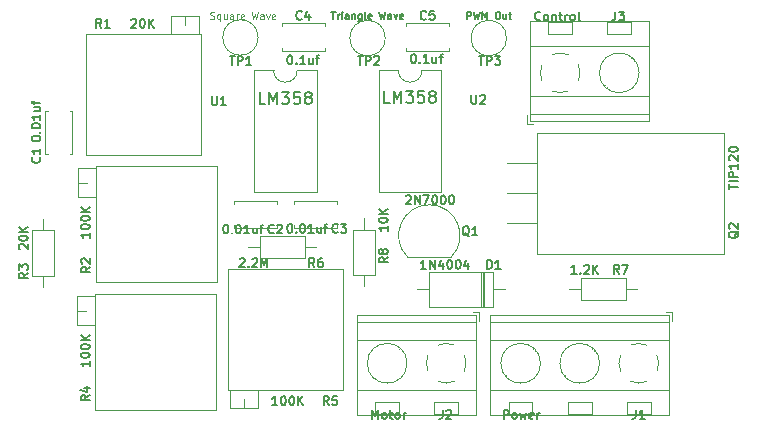
<source format=gbr>
%TF.GenerationSoftware,KiCad,Pcbnew,5.1.8-db9833491~88~ubuntu18.04.1*%
%TF.CreationDate,2020-12-20T18:34:58-05:00*%
%TF.ProjectId,PWMMotorController,50574d4d-6f74-46f7-9243-6f6e74726f6c,rev?*%
%TF.SameCoordinates,Original*%
%TF.FileFunction,Legend,Top*%
%TF.FilePolarity,Positive*%
%FSLAX46Y46*%
G04 Gerber Fmt 4.6, Leading zero omitted, Abs format (unit mm)*
G04 Created by KiCad (PCBNEW 5.1.8-db9833491~88~ubuntu18.04.1) date 2020-12-20 18:34:58*
%MOMM*%
%LPD*%
G01*
G04 APERTURE LIST*
%ADD10C,0.120000*%
%ADD11C,0.150000*%
%ADD12C,0.125000*%
G04 APERTURE END LIST*
D10*
%TO.C,C1*%
X115102200Y-98218400D02*
X114857200Y-98218400D01*
X117197200Y-98218400D02*
X116952200Y-98218400D01*
X115102200Y-94578400D02*
X114857200Y-94578400D01*
X117197200Y-94578400D02*
X116952200Y-94578400D01*
X114857200Y-94578400D02*
X114857200Y-98218400D01*
X117197200Y-94578400D02*
X117197200Y-98218400D01*
%TO.C,C2*%
X134478800Y-104548000D02*
X130838800Y-104548000D01*
X134478800Y-102208000D02*
X130838800Y-102208000D01*
X134478800Y-104548000D02*
X134478800Y-104303000D01*
X134478800Y-102453000D02*
X134478800Y-102208000D01*
X130838800Y-104548000D02*
X130838800Y-104303000D01*
X130838800Y-102453000D02*
X130838800Y-102208000D01*
%TO.C,C3*%
X139620400Y-104303000D02*
X139620400Y-104548000D01*
X139620400Y-102208000D02*
X139620400Y-102453000D01*
X135980400Y-104303000D02*
X135980400Y-104548000D01*
X135980400Y-102208000D02*
X135980400Y-102453000D01*
X135980400Y-104548000D02*
X139620400Y-104548000D01*
X135980400Y-102208000D02*
X139620400Y-102208000D01*
%TO.C,C4*%
X134902800Y-87416200D02*
X134902800Y-87171200D01*
X134902800Y-89511200D02*
X134902800Y-89266200D01*
X138542800Y-87416200D02*
X138542800Y-87171200D01*
X138542800Y-89511200D02*
X138542800Y-89266200D01*
X138542800Y-87171200D02*
X134902800Y-87171200D01*
X138542800Y-89511200D02*
X134902800Y-89511200D01*
%TO.C,C5*%
X149109200Y-89511200D02*
X145469200Y-89511200D01*
X149109200Y-87171200D02*
X145469200Y-87171200D01*
X149109200Y-89511200D02*
X149109200Y-89266200D01*
X149109200Y-87416200D02*
X149109200Y-87171200D01*
X145469200Y-89511200D02*
X145469200Y-89266200D01*
X145469200Y-87416200D02*
X145469200Y-87171200D01*
%TO.C,D1*%
X152054000Y-111198000D02*
X152054000Y-108258000D01*
X151814000Y-111198000D02*
X151814000Y-108258000D01*
X151934000Y-111198000D02*
X151934000Y-108258000D01*
X146374000Y-109728000D02*
X147394000Y-109728000D01*
X153854000Y-109728000D02*
X152834000Y-109728000D01*
X147394000Y-111198000D02*
X152834000Y-111198000D01*
X147394000Y-108258000D02*
X147394000Y-111198000D01*
X152834000Y-108258000D02*
X147394000Y-108258000D01*
X152834000Y-111198000D02*
X152834000Y-108258000D01*
%TO.C,Q1*%
X145621600Y-107006000D02*
X149221600Y-107006000D01*
X145583122Y-106994478D02*
G75*
G02*
X147421600Y-102556000I1838478J1838478D01*
G01*
X149260078Y-106994478D02*
G75*
G03*
X147421600Y-102556000I-1838478J1838478D01*
G01*
%TO.C,R1*%
X126735800Y-86563000D02*
X126735800Y-87322000D01*
X127949800Y-88082000D02*
X125520800Y-88082000D01*
X127949800Y-86563000D02*
X125520800Y-86563000D01*
X125520800Y-86563000D02*
X125520800Y-88082000D01*
X127949800Y-86563000D02*
X127949800Y-88082000D01*
X128125800Y-98353000D02*
X118355800Y-98353000D01*
X128125800Y-88083000D02*
X118355800Y-88083000D01*
X118355800Y-88083000D02*
X118355800Y-98353000D01*
X128125800Y-88083000D02*
X128125800Y-98353000D01*
%TO.C,R2*%
X119172600Y-99305800D02*
X129442600Y-99305800D01*
X119172600Y-109075800D02*
X129442600Y-109075800D01*
X119172600Y-99305800D02*
X119172600Y-109075800D01*
X129442600Y-99305800D02*
X129442600Y-109075800D01*
X117652600Y-99481800D02*
X119171600Y-99481800D01*
X117652600Y-101910800D02*
X119171600Y-101910800D01*
X117652600Y-99481800D02*
X117652600Y-101910800D01*
X119171600Y-99481800D02*
X119171600Y-101910800D01*
X117652600Y-100695800D02*
X118411600Y-100695800D01*
%TO.C,R3*%
X114706400Y-109499200D02*
X114706400Y-108549200D01*
X114706400Y-103759200D02*
X114706400Y-104709200D01*
X115626400Y-108549200D02*
X115626400Y-104709200D01*
X113786400Y-108549200D02*
X115626400Y-108549200D01*
X113786400Y-104709200D02*
X113786400Y-108549200D01*
X115626400Y-104709200D02*
X113786400Y-104709200D01*
%TO.C,R4*%
X117601800Y-111516200D02*
X118360800Y-111516200D01*
X119120800Y-110302200D02*
X119120800Y-112731200D01*
X117601800Y-110302200D02*
X117601800Y-112731200D01*
X117601800Y-112731200D02*
X119120800Y-112731200D01*
X117601800Y-110302200D02*
X119120800Y-110302200D01*
X129391800Y-110126200D02*
X129391800Y-119896200D01*
X119121800Y-110126200D02*
X119121800Y-119896200D01*
X119121800Y-119896200D02*
X129391800Y-119896200D01*
X119121800Y-110126200D02*
X129391800Y-110126200D01*
%TO.C,R5*%
X130344600Y-118266600D02*
X130344600Y-107996600D01*
X140114600Y-118266600D02*
X140114600Y-107996600D01*
X130344600Y-118266600D02*
X140114600Y-118266600D01*
X130344600Y-107996600D02*
X140114600Y-107996600D01*
X130520600Y-119786600D02*
X130520600Y-118267600D01*
X132949600Y-119786600D02*
X132949600Y-118267600D01*
X130520600Y-119786600D02*
X132949600Y-119786600D01*
X130520600Y-118267600D02*
X132949600Y-118267600D01*
X131734600Y-119786600D02*
X131734600Y-119027600D01*
%TO.C,R6*%
X136895600Y-107041200D02*
X136895600Y-105201200D01*
X136895600Y-105201200D02*
X133055600Y-105201200D01*
X133055600Y-105201200D02*
X133055600Y-107041200D01*
X133055600Y-107041200D02*
X136895600Y-107041200D01*
X137845600Y-106121200D02*
X136895600Y-106121200D01*
X132105600Y-106121200D02*
X133055600Y-106121200D01*
%TO.C,R7*%
X165023600Y-109677200D02*
X164073600Y-109677200D01*
X159283600Y-109677200D02*
X160233600Y-109677200D01*
X164073600Y-108757200D02*
X160233600Y-108757200D01*
X164073600Y-110597200D02*
X164073600Y-108757200D01*
X160233600Y-110597200D02*
X164073600Y-110597200D01*
X160233600Y-108757200D02*
X160233600Y-110597200D01*
%TO.C,R8*%
X141884400Y-109448400D02*
X141884400Y-108498400D01*
X141884400Y-103708400D02*
X141884400Y-104658400D01*
X142804400Y-108498400D02*
X142804400Y-104658400D01*
X140964400Y-108498400D02*
X142804400Y-108498400D01*
X140964400Y-104658400D02*
X140964400Y-108498400D01*
X142804400Y-104658400D02*
X140964400Y-104658400D01*
%TO.C,TP1*%
X132919600Y-88392000D02*
G75*
G03*
X132919600Y-88392000I-1500000J0D01*
G01*
%TO.C,TP2*%
X143689200Y-88442800D02*
G75*
G03*
X143689200Y-88442800I-1500000J0D01*
G01*
%TO.C,TP3*%
X153950800Y-88442800D02*
G75*
G03*
X153950800Y-88442800I-1500000J0D01*
G01*
%TO.C,U1*%
X134229600Y-91176800D02*
X132579600Y-91176800D01*
X132579600Y-91176800D02*
X132579600Y-101456800D01*
X132579600Y-101456800D02*
X137879600Y-101456800D01*
X137879600Y-101456800D02*
X137879600Y-91176800D01*
X137879600Y-91176800D02*
X136229600Y-91176800D01*
X136229600Y-91176800D02*
G75*
G02*
X134229600Y-91176800I-1000000J0D01*
G01*
%TO.C,U2*%
X148446000Y-91176800D02*
X146796000Y-91176800D01*
X148446000Y-101456800D02*
X148446000Y-91176800D01*
X143146000Y-101456800D02*
X148446000Y-101456800D01*
X143146000Y-91176800D02*
X143146000Y-101456800D01*
X144796000Y-91176800D02*
X143146000Y-91176800D01*
X146796000Y-91176800D02*
G75*
G02*
X144796000Y-91176800I-1000000J0D01*
G01*
%TO.C,Q2*%
X156496400Y-96480000D02*
X156496400Y-106720000D01*
X172386400Y-96480000D02*
X172386400Y-106720000D01*
X172386400Y-96480000D02*
X156496400Y-96480000D01*
X172386400Y-106720000D02*
X156496400Y-106720000D01*
X156496400Y-99060000D02*
X153956400Y-99060000D01*
X156496400Y-101600000D02*
X153956400Y-101600000D01*
X156496400Y-104140000D02*
X153956400Y-104140000D01*
%TO.C,J3*%
X155696000Y-95689200D02*
X156196000Y-95689200D01*
X155696000Y-94949200D02*
X155696000Y-95689200D01*
X164496000Y-87089200D02*
X164496000Y-88089200D01*
X162496000Y-87089200D02*
X162496000Y-88089200D01*
X162496000Y-88089200D02*
X164496000Y-88089200D01*
X162496000Y-87089200D02*
X164496000Y-87089200D01*
X162269000Y-92412200D02*
X162222000Y-92458200D01*
X164566000Y-90114200D02*
X164531000Y-90150200D01*
X162462000Y-92628200D02*
X162427000Y-92663200D01*
X164771000Y-90320200D02*
X164724000Y-90366200D01*
X159496000Y-87089200D02*
X159496000Y-88089200D01*
X157496000Y-87089200D02*
X157496000Y-88089200D01*
X157496000Y-88089200D02*
X159496000Y-88089200D01*
X157496000Y-87089200D02*
X159496000Y-87089200D01*
X166056000Y-87029200D02*
X166056000Y-95449200D01*
X155936000Y-87029200D02*
X155936000Y-95449200D01*
X155936000Y-95449200D02*
X166056000Y-95449200D01*
X155936000Y-87029200D02*
X166056000Y-87029200D01*
X155936000Y-89088200D02*
X166056000Y-89088200D01*
X155936000Y-93389200D02*
X166056000Y-93389200D01*
X155936000Y-94889200D02*
X166056000Y-94889200D01*
X165176000Y-91389200D02*
G75*
G03*
X165176000Y-91389200I-1680000J0D01*
G01*
X159179318Y-92923956D02*
G75*
G02*
X158496000Y-93069200I-683318J1534756D01*
G01*
X160031426Y-90706158D02*
G75*
G02*
X160031000Y-92073200I-1535426J-683042D01*
G01*
X157812958Y-89853774D02*
G75*
G02*
X159180000Y-89854200I683042J-1535426D01*
G01*
X156960574Y-92072242D02*
G75*
G02*
X156961000Y-90705200I1535426J683042D01*
G01*
X158524805Y-93069453D02*
G75*
G02*
X157812000Y-92924200I-28805J1680253D01*
G01*
%TO.C,J1*%
X167950800Y-111676400D02*
X167450800Y-111676400D01*
X167950800Y-112416400D02*
X167950800Y-111676400D01*
X154150800Y-120276400D02*
X154150800Y-119276400D01*
X156150800Y-120276400D02*
X156150800Y-119276400D01*
X156150800Y-119276400D02*
X154150800Y-119276400D01*
X156150800Y-120276400D02*
X154150800Y-120276400D01*
X156377800Y-114953400D02*
X156424800Y-114907400D01*
X154080800Y-117251400D02*
X154115800Y-117215400D01*
X156184800Y-114737400D02*
X156219800Y-114702400D01*
X153875800Y-117045400D02*
X153922800Y-116999400D01*
X159150800Y-120276400D02*
X159150800Y-119276400D01*
X161150800Y-120276400D02*
X161150800Y-119276400D01*
X161150800Y-119276400D02*
X159150800Y-119276400D01*
X161150800Y-120276400D02*
X159150800Y-120276400D01*
X161377800Y-114953400D02*
X161424800Y-114907400D01*
X159080800Y-117251400D02*
X159115800Y-117215400D01*
X161184800Y-114737400D02*
X161219800Y-114702400D01*
X158875800Y-117045400D02*
X158922800Y-116999400D01*
X164150800Y-120276400D02*
X164150800Y-119276400D01*
X166150800Y-120276400D02*
X166150800Y-119276400D01*
X166150800Y-119276400D02*
X164150800Y-119276400D01*
X166150800Y-120276400D02*
X164150800Y-120276400D01*
X152590800Y-120336400D02*
X152590800Y-111916400D01*
X167710800Y-120336400D02*
X167710800Y-111916400D01*
X167710800Y-111916400D02*
X152590800Y-111916400D01*
X167710800Y-120336400D02*
X152590800Y-120336400D01*
X167710800Y-118277400D02*
X152590800Y-118277400D01*
X167710800Y-113976400D02*
X152590800Y-113976400D01*
X167710800Y-112476400D02*
X152590800Y-112476400D01*
X156830800Y-115976400D02*
G75*
G03*
X156830800Y-115976400I-1680000J0D01*
G01*
X161830800Y-115976400D02*
G75*
G03*
X161830800Y-115976400I-1680000J0D01*
G01*
X164467482Y-114441644D02*
G75*
G02*
X165150800Y-114296400I683318J-1534756D01*
G01*
X163615374Y-116659442D02*
G75*
G02*
X163615800Y-115292400I1535426J683042D01*
G01*
X165833842Y-117511826D02*
G75*
G02*
X164466800Y-117511400I-683042J1535426D01*
G01*
X166686226Y-115293358D02*
G75*
G02*
X166685800Y-116660400I-1535426J-683042D01*
G01*
X165121995Y-114296147D02*
G75*
G02*
X165834800Y-114441400I28805J-1680253D01*
G01*
%TO.C,J2*%
X151644000Y-111676400D02*
X151144000Y-111676400D01*
X151644000Y-112416400D02*
X151644000Y-111676400D01*
X142844000Y-120276400D02*
X142844000Y-119276400D01*
X144844000Y-120276400D02*
X144844000Y-119276400D01*
X144844000Y-119276400D02*
X142844000Y-119276400D01*
X144844000Y-120276400D02*
X142844000Y-120276400D01*
X145071000Y-114953400D02*
X145118000Y-114907400D01*
X142774000Y-117251400D02*
X142809000Y-117215400D01*
X144878000Y-114737400D02*
X144913000Y-114702400D01*
X142569000Y-117045400D02*
X142616000Y-116999400D01*
X147844000Y-120276400D02*
X147844000Y-119276400D01*
X149844000Y-120276400D02*
X149844000Y-119276400D01*
X149844000Y-119276400D02*
X147844000Y-119276400D01*
X149844000Y-120276400D02*
X147844000Y-120276400D01*
X141284000Y-120336400D02*
X141284000Y-111916400D01*
X151404000Y-120336400D02*
X151404000Y-111916400D01*
X151404000Y-111916400D02*
X141284000Y-111916400D01*
X151404000Y-120336400D02*
X141284000Y-120336400D01*
X151404000Y-118277400D02*
X141284000Y-118277400D01*
X151404000Y-113976400D02*
X141284000Y-113976400D01*
X151404000Y-112476400D02*
X141284000Y-112476400D01*
X145524000Y-115976400D02*
G75*
G03*
X145524000Y-115976400I-1680000J0D01*
G01*
X148160682Y-114441644D02*
G75*
G02*
X148844000Y-114296400I683318J-1534756D01*
G01*
X147308574Y-116659442D02*
G75*
G02*
X147309000Y-115292400I1535426J683042D01*
G01*
X149527042Y-117511826D02*
G75*
G02*
X148160000Y-117511400I-683042J1535426D01*
G01*
X150379426Y-115293358D02*
G75*
G02*
X150379000Y-116660400I-1535426J-683042D01*
G01*
X148815195Y-114296147D02*
G75*
G02*
X149528000Y-114441400I28805J-1680253D01*
G01*
%TO.C,C1*%
D11*
X114415457Y-98524600D02*
X114451171Y-98560314D01*
X114486885Y-98667457D01*
X114486885Y-98738885D01*
X114451171Y-98846028D01*
X114379742Y-98917457D01*
X114308314Y-98953171D01*
X114165457Y-98988885D01*
X114058314Y-98988885D01*
X113915457Y-98953171D01*
X113844028Y-98917457D01*
X113772600Y-98846028D01*
X113736885Y-98738885D01*
X113736885Y-98667457D01*
X113772600Y-98560314D01*
X113808314Y-98524600D01*
X114486885Y-97810314D02*
X114486885Y-98238885D01*
X114486885Y-98024600D02*
X113736885Y-98024600D01*
X113844028Y-98096028D01*
X113915457Y-98167457D01*
X113951171Y-98238885D01*
X113736885Y-96986142D02*
X113736885Y-96914714D01*
X113772600Y-96843285D01*
X113808314Y-96807571D01*
X113879742Y-96771857D01*
X114022600Y-96736142D01*
X114201171Y-96736142D01*
X114344028Y-96771857D01*
X114415457Y-96807571D01*
X114451171Y-96843285D01*
X114486885Y-96914714D01*
X114486885Y-96986142D01*
X114451171Y-97057571D01*
X114415457Y-97093285D01*
X114344028Y-97129000D01*
X114201171Y-97164714D01*
X114022600Y-97164714D01*
X113879742Y-97129000D01*
X113808314Y-97093285D01*
X113772600Y-97057571D01*
X113736885Y-96986142D01*
X114415457Y-96414714D02*
X114451171Y-96379000D01*
X114486885Y-96414714D01*
X114451171Y-96450428D01*
X114415457Y-96414714D01*
X114486885Y-96414714D01*
X113736885Y-95914714D02*
X113736885Y-95843285D01*
X113772600Y-95771857D01*
X113808314Y-95736142D01*
X113879742Y-95700428D01*
X114022600Y-95664714D01*
X114201171Y-95664714D01*
X114344028Y-95700428D01*
X114415457Y-95736142D01*
X114451171Y-95771857D01*
X114486885Y-95843285D01*
X114486885Y-95914714D01*
X114451171Y-95986142D01*
X114415457Y-96021857D01*
X114344028Y-96057571D01*
X114201171Y-96093285D01*
X114022600Y-96093285D01*
X113879742Y-96057571D01*
X113808314Y-96021857D01*
X113772600Y-95986142D01*
X113736885Y-95914714D01*
X114486885Y-94950428D02*
X114486885Y-95379000D01*
X114486885Y-95164714D02*
X113736885Y-95164714D01*
X113844028Y-95236142D01*
X113915457Y-95307571D01*
X113951171Y-95379000D01*
X113986885Y-94307571D02*
X114486885Y-94307571D01*
X113986885Y-94629000D02*
X114379742Y-94629000D01*
X114451171Y-94593285D01*
X114486885Y-94521857D01*
X114486885Y-94414714D01*
X114451171Y-94343285D01*
X114415457Y-94307571D01*
X113986885Y-94057571D02*
X113986885Y-93771857D01*
X114486885Y-93950428D02*
X113844028Y-93950428D01*
X113772600Y-93914714D01*
X113736885Y-93843285D01*
X113736885Y-93771857D01*
%TO.C,C2*%
X134241000Y-104915857D02*
X134205285Y-104951571D01*
X134098142Y-104987285D01*
X134026714Y-104987285D01*
X133919571Y-104951571D01*
X133848142Y-104880142D01*
X133812428Y-104808714D01*
X133776714Y-104665857D01*
X133776714Y-104558714D01*
X133812428Y-104415857D01*
X133848142Y-104344428D01*
X133919571Y-104273000D01*
X134026714Y-104237285D01*
X134098142Y-104237285D01*
X134205285Y-104273000D01*
X134241000Y-104308714D01*
X134526714Y-104308714D02*
X134562428Y-104273000D01*
X134633857Y-104237285D01*
X134812428Y-104237285D01*
X134883857Y-104273000D01*
X134919571Y-104308714D01*
X134955285Y-104380142D01*
X134955285Y-104451571D01*
X134919571Y-104558714D01*
X134491000Y-104987285D01*
X134955285Y-104987285D01*
X130140657Y-104237285D02*
X130212085Y-104237285D01*
X130283514Y-104273000D01*
X130319228Y-104308714D01*
X130354942Y-104380142D01*
X130390657Y-104523000D01*
X130390657Y-104701571D01*
X130354942Y-104844428D01*
X130319228Y-104915857D01*
X130283514Y-104951571D01*
X130212085Y-104987285D01*
X130140657Y-104987285D01*
X130069228Y-104951571D01*
X130033514Y-104915857D01*
X129997800Y-104844428D01*
X129962085Y-104701571D01*
X129962085Y-104523000D01*
X129997800Y-104380142D01*
X130033514Y-104308714D01*
X130069228Y-104273000D01*
X130140657Y-104237285D01*
X130712085Y-104915857D02*
X130747800Y-104951571D01*
X130712085Y-104987285D01*
X130676371Y-104951571D01*
X130712085Y-104915857D01*
X130712085Y-104987285D01*
X131212085Y-104237285D02*
X131283514Y-104237285D01*
X131354942Y-104273000D01*
X131390657Y-104308714D01*
X131426371Y-104380142D01*
X131462085Y-104523000D01*
X131462085Y-104701571D01*
X131426371Y-104844428D01*
X131390657Y-104915857D01*
X131354942Y-104951571D01*
X131283514Y-104987285D01*
X131212085Y-104987285D01*
X131140657Y-104951571D01*
X131104942Y-104915857D01*
X131069228Y-104844428D01*
X131033514Y-104701571D01*
X131033514Y-104523000D01*
X131069228Y-104380142D01*
X131104942Y-104308714D01*
X131140657Y-104273000D01*
X131212085Y-104237285D01*
X132176371Y-104987285D02*
X131747800Y-104987285D01*
X131962085Y-104987285D02*
X131962085Y-104237285D01*
X131890657Y-104344428D01*
X131819228Y-104415857D01*
X131747800Y-104451571D01*
X132819228Y-104487285D02*
X132819228Y-104987285D01*
X132497800Y-104487285D02*
X132497800Y-104880142D01*
X132533514Y-104951571D01*
X132604942Y-104987285D01*
X132712085Y-104987285D01*
X132783514Y-104951571D01*
X132819228Y-104915857D01*
X133069228Y-104487285D02*
X133354942Y-104487285D01*
X133176371Y-104987285D02*
X133176371Y-104344428D01*
X133212085Y-104273000D01*
X133283514Y-104237285D01*
X133354942Y-104237285D01*
%TO.C,C3*%
X139676600Y-104865057D02*
X139640885Y-104900771D01*
X139533742Y-104936485D01*
X139462314Y-104936485D01*
X139355171Y-104900771D01*
X139283742Y-104829342D01*
X139248028Y-104757914D01*
X139212314Y-104615057D01*
X139212314Y-104507914D01*
X139248028Y-104365057D01*
X139283742Y-104293628D01*
X139355171Y-104222200D01*
X139462314Y-104186485D01*
X139533742Y-104186485D01*
X139640885Y-104222200D01*
X139676600Y-104257914D01*
X139926600Y-104186485D02*
X140390885Y-104186485D01*
X140140885Y-104472200D01*
X140248028Y-104472200D01*
X140319457Y-104507914D01*
X140355171Y-104543628D01*
X140390885Y-104615057D01*
X140390885Y-104793628D01*
X140355171Y-104865057D01*
X140319457Y-104900771D01*
X140248028Y-104936485D01*
X140033742Y-104936485D01*
X139962314Y-104900771D01*
X139926600Y-104865057D01*
X135576257Y-104186485D02*
X135647685Y-104186485D01*
X135719114Y-104222200D01*
X135754828Y-104257914D01*
X135790542Y-104329342D01*
X135826257Y-104472200D01*
X135826257Y-104650771D01*
X135790542Y-104793628D01*
X135754828Y-104865057D01*
X135719114Y-104900771D01*
X135647685Y-104936485D01*
X135576257Y-104936485D01*
X135504828Y-104900771D01*
X135469114Y-104865057D01*
X135433400Y-104793628D01*
X135397685Y-104650771D01*
X135397685Y-104472200D01*
X135433400Y-104329342D01*
X135469114Y-104257914D01*
X135504828Y-104222200D01*
X135576257Y-104186485D01*
X136147685Y-104865057D02*
X136183400Y-104900771D01*
X136147685Y-104936485D01*
X136111971Y-104900771D01*
X136147685Y-104865057D01*
X136147685Y-104936485D01*
X136647685Y-104186485D02*
X136719114Y-104186485D01*
X136790542Y-104222200D01*
X136826257Y-104257914D01*
X136861971Y-104329342D01*
X136897685Y-104472200D01*
X136897685Y-104650771D01*
X136861971Y-104793628D01*
X136826257Y-104865057D01*
X136790542Y-104900771D01*
X136719114Y-104936485D01*
X136647685Y-104936485D01*
X136576257Y-104900771D01*
X136540542Y-104865057D01*
X136504828Y-104793628D01*
X136469114Y-104650771D01*
X136469114Y-104472200D01*
X136504828Y-104329342D01*
X136540542Y-104257914D01*
X136576257Y-104222200D01*
X136647685Y-104186485D01*
X137611971Y-104936485D02*
X137183400Y-104936485D01*
X137397685Y-104936485D02*
X137397685Y-104186485D01*
X137326257Y-104293628D01*
X137254828Y-104365057D01*
X137183400Y-104400771D01*
X138254828Y-104436485D02*
X138254828Y-104936485D01*
X137933400Y-104436485D02*
X137933400Y-104829342D01*
X137969114Y-104900771D01*
X138040542Y-104936485D01*
X138147685Y-104936485D01*
X138219114Y-104900771D01*
X138254828Y-104865057D01*
X138504828Y-104436485D02*
X138790542Y-104436485D01*
X138611971Y-104936485D02*
X138611971Y-104293628D01*
X138647685Y-104222200D01*
X138719114Y-104186485D01*
X138790542Y-104186485D01*
%TO.C,C4*%
X136628600Y-86831057D02*
X136592885Y-86866771D01*
X136485742Y-86902485D01*
X136414314Y-86902485D01*
X136307171Y-86866771D01*
X136235742Y-86795342D01*
X136200028Y-86723914D01*
X136164314Y-86581057D01*
X136164314Y-86473914D01*
X136200028Y-86331057D01*
X136235742Y-86259628D01*
X136307171Y-86188200D01*
X136414314Y-86152485D01*
X136485742Y-86152485D01*
X136592885Y-86188200D01*
X136628600Y-86223914D01*
X137271457Y-86402485D02*
X137271457Y-86902485D01*
X137092885Y-86116771D02*
X136914314Y-86652485D01*
X137378600Y-86652485D01*
X135577800Y-89911685D02*
X135649228Y-89911685D01*
X135720657Y-89947400D01*
X135756371Y-89983114D01*
X135792085Y-90054542D01*
X135827800Y-90197400D01*
X135827800Y-90375971D01*
X135792085Y-90518828D01*
X135756371Y-90590257D01*
X135720657Y-90625971D01*
X135649228Y-90661685D01*
X135577800Y-90661685D01*
X135506371Y-90625971D01*
X135470657Y-90590257D01*
X135434942Y-90518828D01*
X135399228Y-90375971D01*
X135399228Y-90197400D01*
X135434942Y-90054542D01*
X135470657Y-89983114D01*
X135506371Y-89947400D01*
X135577800Y-89911685D01*
X136149228Y-90590257D02*
X136184942Y-90625971D01*
X136149228Y-90661685D01*
X136113514Y-90625971D01*
X136149228Y-90590257D01*
X136149228Y-90661685D01*
X136899228Y-90661685D02*
X136470657Y-90661685D01*
X136684942Y-90661685D02*
X136684942Y-89911685D01*
X136613514Y-90018828D01*
X136542085Y-90090257D01*
X136470657Y-90125971D01*
X137542085Y-90161685D02*
X137542085Y-90661685D01*
X137220657Y-90161685D02*
X137220657Y-90554542D01*
X137256371Y-90625971D01*
X137327800Y-90661685D01*
X137434942Y-90661685D01*
X137506371Y-90625971D01*
X137542085Y-90590257D01*
X137792085Y-90161685D02*
X138077800Y-90161685D01*
X137899228Y-90661685D02*
X137899228Y-90018828D01*
X137934942Y-89947400D01*
X138006371Y-89911685D01*
X138077800Y-89911685D01*
%TO.C,C5*%
X147144200Y-86831057D02*
X147108485Y-86866771D01*
X147001342Y-86902485D01*
X146929914Y-86902485D01*
X146822771Y-86866771D01*
X146751342Y-86795342D01*
X146715628Y-86723914D01*
X146679914Y-86581057D01*
X146679914Y-86473914D01*
X146715628Y-86331057D01*
X146751342Y-86259628D01*
X146822771Y-86188200D01*
X146929914Y-86152485D01*
X147001342Y-86152485D01*
X147108485Y-86188200D01*
X147144200Y-86223914D01*
X147822771Y-86152485D02*
X147465628Y-86152485D01*
X147429914Y-86509628D01*
X147465628Y-86473914D01*
X147537057Y-86438200D01*
X147715628Y-86438200D01*
X147787057Y-86473914D01*
X147822771Y-86509628D01*
X147858485Y-86581057D01*
X147858485Y-86759628D01*
X147822771Y-86831057D01*
X147787057Y-86866771D01*
X147715628Y-86902485D01*
X147537057Y-86902485D01*
X147465628Y-86866771D01*
X147429914Y-86831057D01*
X146042600Y-89810085D02*
X146114028Y-89810085D01*
X146185457Y-89845800D01*
X146221171Y-89881514D01*
X146256885Y-89952942D01*
X146292600Y-90095800D01*
X146292600Y-90274371D01*
X146256885Y-90417228D01*
X146221171Y-90488657D01*
X146185457Y-90524371D01*
X146114028Y-90560085D01*
X146042600Y-90560085D01*
X145971171Y-90524371D01*
X145935457Y-90488657D01*
X145899742Y-90417228D01*
X145864028Y-90274371D01*
X145864028Y-90095800D01*
X145899742Y-89952942D01*
X145935457Y-89881514D01*
X145971171Y-89845800D01*
X146042600Y-89810085D01*
X146614028Y-90488657D02*
X146649742Y-90524371D01*
X146614028Y-90560085D01*
X146578314Y-90524371D01*
X146614028Y-90488657D01*
X146614028Y-90560085D01*
X147364028Y-90560085D02*
X146935457Y-90560085D01*
X147149742Y-90560085D02*
X147149742Y-89810085D01*
X147078314Y-89917228D01*
X147006885Y-89988657D01*
X146935457Y-90024371D01*
X148006885Y-90060085D02*
X148006885Y-90560085D01*
X147685457Y-90060085D02*
X147685457Y-90452942D01*
X147721171Y-90524371D01*
X147792600Y-90560085D01*
X147899742Y-90560085D01*
X147971171Y-90524371D01*
X148006885Y-90488657D01*
X148256885Y-90060085D02*
X148542600Y-90060085D01*
X148364028Y-90560085D02*
X148364028Y-89917228D01*
X148399742Y-89845800D01*
X148471171Y-89810085D01*
X148542600Y-89810085D01*
%TO.C,D1*%
X152303628Y-107984485D02*
X152303628Y-107234485D01*
X152482200Y-107234485D01*
X152589342Y-107270200D01*
X152660771Y-107341628D01*
X152696485Y-107413057D01*
X152732200Y-107555914D01*
X152732200Y-107663057D01*
X152696485Y-107805914D01*
X152660771Y-107877342D01*
X152589342Y-107948771D01*
X152482200Y-107984485D01*
X152303628Y-107984485D01*
X153446485Y-107984485D02*
X153017914Y-107984485D01*
X153232200Y-107984485D02*
X153232200Y-107234485D01*
X153160771Y-107341628D01*
X153089342Y-107413057D01*
X153017914Y-107448771D01*
X147135257Y-107984485D02*
X146706685Y-107984485D01*
X146920971Y-107984485D02*
X146920971Y-107234485D01*
X146849542Y-107341628D01*
X146778114Y-107413057D01*
X146706685Y-107448771D01*
X147456685Y-107984485D02*
X147456685Y-107234485D01*
X147885257Y-107984485D01*
X147885257Y-107234485D01*
X148563828Y-107484485D02*
X148563828Y-107984485D01*
X148385257Y-107198771D02*
X148206685Y-107734485D01*
X148670971Y-107734485D01*
X149099542Y-107234485D02*
X149170971Y-107234485D01*
X149242400Y-107270200D01*
X149278114Y-107305914D01*
X149313828Y-107377342D01*
X149349542Y-107520200D01*
X149349542Y-107698771D01*
X149313828Y-107841628D01*
X149278114Y-107913057D01*
X149242400Y-107948771D01*
X149170971Y-107984485D01*
X149099542Y-107984485D01*
X149028114Y-107948771D01*
X148992400Y-107913057D01*
X148956685Y-107841628D01*
X148920971Y-107698771D01*
X148920971Y-107520200D01*
X148956685Y-107377342D01*
X148992400Y-107305914D01*
X149028114Y-107270200D01*
X149099542Y-107234485D01*
X149813828Y-107234485D02*
X149885257Y-107234485D01*
X149956685Y-107270200D01*
X149992400Y-107305914D01*
X150028114Y-107377342D01*
X150063828Y-107520200D01*
X150063828Y-107698771D01*
X150028114Y-107841628D01*
X149992400Y-107913057D01*
X149956685Y-107948771D01*
X149885257Y-107984485D01*
X149813828Y-107984485D01*
X149742400Y-107948771D01*
X149706685Y-107913057D01*
X149670971Y-107841628D01*
X149635257Y-107698771D01*
X149635257Y-107520200D01*
X149670971Y-107377342D01*
X149706685Y-107305914D01*
X149742400Y-107270200D01*
X149813828Y-107234485D01*
X150706685Y-107484485D02*
X150706685Y-107984485D01*
X150528114Y-107198771D02*
X150349542Y-107734485D01*
X150813828Y-107734485D01*
%TO.C,Q1*%
X150804571Y-105211114D02*
X150733142Y-105175400D01*
X150661714Y-105103971D01*
X150554571Y-104996828D01*
X150483142Y-104961114D01*
X150411714Y-104961114D01*
X150447428Y-105139685D02*
X150376000Y-105103971D01*
X150304571Y-105032542D01*
X150268857Y-104889685D01*
X150268857Y-104639685D01*
X150304571Y-104496828D01*
X150376000Y-104425400D01*
X150447428Y-104389685D01*
X150590285Y-104389685D01*
X150661714Y-104425400D01*
X150733142Y-104496828D01*
X150768857Y-104639685D01*
X150768857Y-104889685D01*
X150733142Y-105032542D01*
X150661714Y-105103971D01*
X150590285Y-105139685D01*
X150447428Y-105139685D01*
X151483142Y-105139685D02*
X151054571Y-105139685D01*
X151268857Y-105139685D02*
X151268857Y-104389685D01*
X151197428Y-104496828D01*
X151126000Y-104568257D01*
X151054571Y-104603971D01*
X145436685Y-101819514D02*
X145472400Y-101783800D01*
X145543828Y-101748085D01*
X145722400Y-101748085D01*
X145793828Y-101783800D01*
X145829542Y-101819514D01*
X145865257Y-101890942D01*
X145865257Y-101962371D01*
X145829542Y-102069514D01*
X145400971Y-102498085D01*
X145865257Y-102498085D01*
X146186685Y-102498085D02*
X146186685Y-101748085D01*
X146615257Y-102498085D01*
X146615257Y-101748085D01*
X146900971Y-101748085D02*
X147400971Y-101748085D01*
X147079542Y-102498085D01*
X147829542Y-101748085D02*
X147900971Y-101748085D01*
X147972400Y-101783800D01*
X148008114Y-101819514D01*
X148043828Y-101890942D01*
X148079542Y-102033800D01*
X148079542Y-102212371D01*
X148043828Y-102355228D01*
X148008114Y-102426657D01*
X147972400Y-102462371D01*
X147900971Y-102498085D01*
X147829542Y-102498085D01*
X147758114Y-102462371D01*
X147722400Y-102426657D01*
X147686685Y-102355228D01*
X147650971Y-102212371D01*
X147650971Y-102033800D01*
X147686685Y-101890942D01*
X147722400Y-101819514D01*
X147758114Y-101783800D01*
X147829542Y-101748085D01*
X148543828Y-101748085D02*
X148615257Y-101748085D01*
X148686685Y-101783800D01*
X148722400Y-101819514D01*
X148758114Y-101890942D01*
X148793828Y-102033800D01*
X148793828Y-102212371D01*
X148758114Y-102355228D01*
X148722400Y-102426657D01*
X148686685Y-102462371D01*
X148615257Y-102498085D01*
X148543828Y-102498085D01*
X148472400Y-102462371D01*
X148436685Y-102426657D01*
X148400971Y-102355228D01*
X148365257Y-102212371D01*
X148365257Y-102033800D01*
X148400971Y-101890942D01*
X148436685Y-101819514D01*
X148472400Y-101783800D01*
X148543828Y-101748085D01*
X149258114Y-101748085D02*
X149329542Y-101748085D01*
X149400971Y-101783800D01*
X149436685Y-101819514D01*
X149472400Y-101890942D01*
X149508114Y-102033800D01*
X149508114Y-102212371D01*
X149472400Y-102355228D01*
X149436685Y-102426657D01*
X149400971Y-102462371D01*
X149329542Y-102498085D01*
X149258114Y-102498085D01*
X149186685Y-102462371D01*
X149150971Y-102426657D01*
X149115257Y-102355228D01*
X149079542Y-102212371D01*
X149079542Y-102033800D01*
X149115257Y-101890942D01*
X149150971Y-101819514D01*
X149186685Y-101783800D01*
X149258114Y-101748085D01*
%TO.C,R1*%
X119661400Y-87562885D02*
X119411400Y-87205742D01*
X119232828Y-87562885D02*
X119232828Y-86812885D01*
X119518542Y-86812885D01*
X119589971Y-86848600D01*
X119625685Y-86884314D01*
X119661400Y-86955742D01*
X119661400Y-87062885D01*
X119625685Y-87134314D01*
X119589971Y-87170028D01*
X119518542Y-87205742D01*
X119232828Y-87205742D01*
X120375685Y-87562885D02*
X119947114Y-87562885D01*
X120161400Y-87562885D02*
X120161400Y-86812885D01*
X120089971Y-86920028D01*
X120018542Y-86991457D01*
X119947114Y-87027171D01*
X122192771Y-86884314D02*
X122228485Y-86848600D01*
X122299914Y-86812885D01*
X122478485Y-86812885D01*
X122549914Y-86848600D01*
X122585628Y-86884314D01*
X122621342Y-86955742D01*
X122621342Y-87027171D01*
X122585628Y-87134314D01*
X122157057Y-87562885D01*
X122621342Y-87562885D01*
X123085628Y-86812885D02*
X123157057Y-86812885D01*
X123228485Y-86848600D01*
X123264200Y-86884314D01*
X123299914Y-86955742D01*
X123335628Y-87098600D01*
X123335628Y-87277171D01*
X123299914Y-87420028D01*
X123264200Y-87491457D01*
X123228485Y-87527171D01*
X123157057Y-87562885D01*
X123085628Y-87562885D01*
X123014200Y-87527171D01*
X122978485Y-87491457D01*
X122942771Y-87420028D01*
X122907057Y-87277171D01*
X122907057Y-87098600D01*
X122942771Y-86955742D01*
X122978485Y-86884314D01*
X123014200Y-86848600D01*
X123085628Y-86812885D01*
X123657057Y-87562885D02*
X123657057Y-86812885D01*
X124085628Y-87562885D02*
X123764200Y-87134314D01*
X124085628Y-86812885D02*
X123657057Y-87241457D01*
%TO.C,R2*%
X118703285Y-107821000D02*
X118346142Y-108071000D01*
X118703285Y-108249571D02*
X117953285Y-108249571D01*
X117953285Y-107963857D01*
X117989000Y-107892428D01*
X118024714Y-107856714D01*
X118096142Y-107821000D01*
X118203285Y-107821000D01*
X118274714Y-107856714D01*
X118310428Y-107892428D01*
X118346142Y-107963857D01*
X118346142Y-108249571D01*
X118024714Y-107535285D02*
X117989000Y-107499571D01*
X117953285Y-107428142D01*
X117953285Y-107249571D01*
X117989000Y-107178142D01*
X118024714Y-107142428D01*
X118096142Y-107106714D01*
X118167571Y-107106714D01*
X118274714Y-107142428D01*
X118703285Y-107571000D01*
X118703285Y-107106714D01*
X118652485Y-104913400D02*
X118652485Y-105341971D01*
X118652485Y-105127685D02*
X117902485Y-105127685D01*
X118009628Y-105199114D01*
X118081057Y-105270542D01*
X118116771Y-105341971D01*
X117902485Y-104449114D02*
X117902485Y-104377685D01*
X117938200Y-104306257D01*
X117973914Y-104270542D01*
X118045342Y-104234828D01*
X118188200Y-104199114D01*
X118366771Y-104199114D01*
X118509628Y-104234828D01*
X118581057Y-104270542D01*
X118616771Y-104306257D01*
X118652485Y-104377685D01*
X118652485Y-104449114D01*
X118616771Y-104520542D01*
X118581057Y-104556257D01*
X118509628Y-104591971D01*
X118366771Y-104627685D01*
X118188200Y-104627685D01*
X118045342Y-104591971D01*
X117973914Y-104556257D01*
X117938200Y-104520542D01*
X117902485Y-104449114D01*
X117902485Y-103734828D02*
X117902485Y-103663400D01*
X117938200Y-103591971D01*
X117973914Y-103556257D01*
X118045342Y-103520542D01*
X118188200Y-103484828D01*
X118366771Y-103484828D01*
X118509628Y-103520542D01*
X118581057Y-103556257D01*
X118616771Y-103591971D01*
X118652485Y-103663400D01*
X118652485Y-103734828D01*
X118616771Y-103806257D01*
X118581057Y-103841971D01*
X118509628Y-103877685D01*
X118366771Y-103913400D01*
X118188200Y-103913400D01*
X118045342Y-103877685D01*
X117973914Y-103841971D01*
X117938200Y-103806257D01*
X117902485Y-103734828D01*
X118652485Y-103163400D02*
X117902485Y-103163400D01*
X118652485Y-102734828D02*
X118223914Y-103056257D01*
X117902485Y-102734828D02*
X118331057Y-103163400D01*
%TO.C,R3*%
X113420085Y-108329000D02*
X113062942Y-108579000D01*
X113420085Y-108757571D02*
X112670085Y-108757571D01*
X112670085Y-108471857D01*
X112705800Y-108400428D01*
X112741514Y-108364714D01*
X112812942Y-108329000D01*
X112920085Y-108329000D01*
X112991514Y-108364714D01*
X113027228Y-108400428D01*
X113062942Y-108471857D01*
X113062942Y-108757571D01*
X112670085Y-108079000D02*
X112670085Y-107614714D01*
X112955800Y-107864714D01*
X112955800Y-107757571D01*
X112991514Y-107686142D01*
X113027228Y-107650428D01*
X113098657Y-107614714D01*
X113277228Y-107614714D01*
X113348657Y-107650428D01*
X113384371Y-107686142D01*
X113420085Y-107757571D01*
X113420085Y-107971857D01*
X113384371Y-108043285D01*
X113348657Y-108079000D01*
X112741514Y-106305628D02*
X112705800Y-106269914D01*
X112670085Y-106198485D01*
X112670085Y-106019914D01*
X112705800Y-105948485D01*
X112741514Y-105912771D01*
X112812942Y-105877057D01*
X112884371Y-105877057D01*
X112991514Y-105912771D01*
X113420085Y-106341342D01*
X113420085Y-105877057D01*
X112670085Y-105412771D02*
X112670085Y-105341342D01*
X112705800Y-105269914D01*
X112741514Y-105234200D01*
X112812942Y-105198485D01*
X112955800Y-105162771D01*
X113134371Y-105162771D01*
X113277228Y-105198485D01*
X113348657Y-105234200D01*
X113384371Y-105269914D01*
X113420085Y-105341342D01*
X113420085Y-105412771D01*
X113384371Y-105484200D01*
X113348657Y-105519914D01*
X113277228Y-105555628D01*
X113134371Y-105591342D01*
X112955800Y-105591342D01*
X112812942Y-105555628D01*
X112741514Y-105519914D01*
X112705800Y-105484200D01*
X112670085Y-105412771D01*
X113420085Y-104841342D02*
X112670085Y-104841342D01*
X113420085Y-104412771D02*
X112991514Y-104734200D01*
X112670085Y-104412771D02*
X113098657Y-104841342D01*
%TO.C,R4*%
X118652485Y-118692200D02*
X118295342Y-118942200D01*
X118652485Y-119120771D02*
X117902485Y-119120771D01*
X117902485Y-118835057D01*
X117938200Y-118763628D01*
X117973914Y-118727914D01*
X118045342Y-118692200D01*
X118152485Y-118692200D01*
X118223914Y-118727914D01*
X118259628Y-118763628D01*
X118295342Y-118835057D01*
X118295342Y-119120771D01*
X118152485Y-118049342D02*
X118652485Y-118049342D01*
X117866771Y-118227914D02*
X118402485Y-118406485D01*
X118402485Y-117942200D01*
X118652485Y-115784600D02*
X118652485Y-116213171D01*
X118652485Y-115998885D02*
X117902485Y-115998885D01*
X118009628Y-116070314D01*
X118081057Y-116141742D01*
X118116771Y-116213171D01*
X117902485Y-115320314D02*
X117902485Y-115248885D01*
X117938200Y-115177457D01*
X117973914Y-115141742D01*
X118045342Y-115106028D01*
X118188200Y-115070314D01*
X118366771Y-115070314D01*
X118509628Y-115106028D01*
X118581057Y-115141742D01*
X118616771Y-115177457D01*
X118652485Y-115248885D01*
X118652485Y-115320314D01*
X118616771Y-115391742D01*
X118581057Y-115427457D01*
X118509628Y-115463171D01*
X118366771Y-115498885D01*
X118188200Y-115498885D01*
X118045342Y-115463171D01*
X117973914Y-115427457D01*
X117938200Y-115391742D01*
X117902485Y-115320314D01*
X117902485Y-114606028D02*
X117902485Y-114534600D01*
X117938200Y-114463171D01*
X117973914Y-114427457D01*
X118045342Y-114391742D01*
X118188200Y-114356028D01*
X118366771Y-114356028D01*
X118509628Y-114391742D01*
X118581057Y-114427457D01*
X118616771Y-114463171D01*
X118652485Y-114534600D01*
X118652485Y-114606028D01*
X118616771Y-114677457D01*
X118581057Y-114713171D01*
X118509628Y-114748885D01*
X118366771Y-114784600D01*
X118188200Y-114784600D01*
X118045342Y-114748885D01*
X117973914Y-114713171D01*
X117938200Y-114677457D01*
X117902485Y-114606028D01*
X118652485Y-114034600D02*
X117902485Y-114034600D01*
X118652485Y-113606028D02*
X118223914Y-113927457D01*
X117902485Y-113606028D02*
X118331057Y-114034600D01*
%TO.C,R5*%
X138914600Y-119516085D02*
X138664600Y-119158942D01*
X138486028Y-119516085D02*
X138486028Y-118766085D01*
X138771742Y-118766085D01*
X138843171Y-118801800D01*
X138878885Y-118837514D01*
X138914600Y-118908942D01*
X138914600Y-119016085D01*
X138878885Y-119087514D01*
X138843171Y-119123228D01*
X138771742Y-119158942D01*
X138486028Y-119158942D01*
X139593171Y-118766085D02*
X139236028Y-118766085D01*
X139200314Y-119123228D01*
X139236028Y-119087514D01*
X139307457Y-119051800D01*
X139486028Y-119051800D01*
X139557457Y-119087514D01*
X139593171Y-119123228D01*
X139628885Y-119194657D01*
X139628885Y-119373228D01*
X139593171Y-119444657D01*
X139557457Y-119480371D01*
X139486028Y-119516085D01*
X139307457Y-119516085D01*
X139236028Y-119480371D01*
X139200314Y-119444657D01*
X134557800Y-119516085D02*
X134129228Y-119516085D01*
X134343514Y-119516085D02*
X134343514Y-118766085D01*
X134272085Y-118873228D01*
X134200657Y-118944657D01*
X134129228Y-118980371D01*
X135022085Y-118766085D02*
X135093514Y-118766085D01*
X135164942Y-118801800D01*
X135200657Y-118837514D01*
X135236371Y-118908942D01*
X135272085Y-119051800D01*
X135272085Y-119230371D01*
X135236371Y-119373228D01*
X135200657Y-119444657D01*
X135164942Y-119480371D01*
X135093514Y-119516085D01*
X135022085Y-119516085D01*
X134950657Y-119480371D01*
X134914942Y-119444657D01*
X134879228Y-119373228D01*
X134843514Y-119230371D01*
X134843514Y-119051800D01*
X134879228Y-118908942D01*
X134914942Y-118837514D01*
X134950657Y-118801800D01*
X135022085Y-118766085D01*
X135736371Y-118766085D02*
X135807800Y-118766085D01*
X135879228Y-118801800D01*
X135914942Y-118837514D01*
X135950657Y-118908942D01*
X135986371Y-119051800D01*
X135986371Y-119230371D01*
X135950657Y-119373228D01*
X135914942Y-119444657D01*
X135879228Y-119480371D01*
X135807800Y-119516085D01*
X135736371Y-119516085D01*
X135664942Y-119480371D01*
X135629228Y-119444657D01*
X135593514Y-119373228D01*
X135557800Y-119230371D01*
X135557800Y-119051800D01*
X135593514Y-118908942D01*
X135629228Y-118837514D01*
X135664942Y-118801800D01*
X135736371Y-118766085D01*
X136307800Y-119516085D02*
X136307800Y-118766085D01*
X136736371Y-119516085D02*
X136414942Y-119087514D01*
X136736371Y-118766085D02*
X136307800Y-119194657D01*
%TO.C,R6*%
X137695400Y-107832085D02*
X137445400Y-107474942D01*
X137266828Y-107832085D02*
X137266828Y-107082085D01*
X137552542Y-107082085D01*
X137623971Y-107117800D01*
X137659685Y-107153514D01*
X137695400Y-107224942D01*
X137695400Y-107332085D01*
X137659685Y-107403514D01*
X137623971Y-107439228D01*
X137552542Y-107474942D01*
X137266828Y-107474942D01*
X138338257Y-107082085D02*
X138195400Y-107082085D01*
X138123971Y-107117800D01*
X138088257Y-107153514D01*
X138016828Y-107260657D01*
X137981114Y-107403514D01*
X137981114Y-107689228D01*
X138016828Y-107760657D01*
X138052542Y-107796371D01*
X138123971Y-107832085D01*
X138266828Y-107832085D01*
X138338257Y-107796371D01*
X138373971Y-107760657D01*
X138409685Y-107689228D01*
X138409685Y-107510657D01*
X138373971Y-107439228D01*
X138338257Y-107403514D01*
X138266828Y-107367800D01*
X138123971Y-107367800D01*
X138052542Y-107403514D01*
X138016828Y-107439228D01*
X137981114Y-107510657D01*
X131358628Y-107153514D02*
X131394342Y-107117800D01*
X131465771Y-107082085D01*
X131644342Y-107082085D01*
X131715771Y-107117800D01*
X131751485Y-107153514D01*
X131787200Y-107224942D01*
X131787200Y-107296371D01*
X131751485Y-107403514D01*
X131322914Y-107832085D01*
X131787200Y-107832085D01*
X132108628Y-107760657D02*
X132144342Y-107796371D01*
X132108628Y-107832085D01*
X132072914Y-107796371D01*
X132108628Y-107760657D01*
X132108628Y-107832085D01*
X132430057Y-107153514D02*
X132465771Y-107117800D01*
X132537200Y-107082085D01*
X132715771Y-107082085D01*
X132787200Y-107117800D01*
X132822914Y-107153514D01*
X132858628Y-107224942D01*
X132858628Y-107296371D01*
X132822914Y-107403514D01*
X132394342Y-107832085D01*
X132858628Y-107832085D01*
X133180057Y-107832085D02*
X133180057Y-107082085D01*
X133430057Y-107617800D01*
X133680057Y-107082085D01*
X133680057Y-107832085D01*
%TO.C,R7*%
X163501800Y-108390885D02*
X163251800Y-108033742D01*
X163073228Y-108390885D02*
X163073228Y-107640885D01*
X163358942Y-107640885D01*
X163430371Y-107676600D01*
X163466085Y-107712314D01*
X163501800Y-107783742D01*
X163501800Y-107890885D01*
X163466085Y-107962314D01*
X163430371Y-107998028D01*
X163358942Y-108033742D01*
X163073228Y-108033742D01*
X163751800Y-107640885D02*
X164251800Y-107640885D01*
X163930371Y-108390885D01*
X159882371Y-108390885D02*
X159453800Y-108390885D01*
X159668085Y-108390885D02*
X159668085Y-107640885D01*
X159596657Y-107748028D01*
X159525228Y-107819457D01*
X159453800Y-107855171D01*
X160203800Y-108319457D02*
X160239514Y-108355171D01*
X160203800Y-108390885D01*
X160168085Y-108355171D01*
X160203800Y-108319457D01*
X160203800Y-108390885D01*
X160525228Y-107712314D02*
X160560942Y-107676600D01*
X160632371Y-107640885D01*
X160810942Y-107640885D01*
X160882371Y-107676600D01*
X160918085Y-107712314D01*
X160953800Y-107783742D01*
X160953800Y-107855171D01*
X160918085Y-107962314D01*
X160489514Y-108390885D01*
X160953800Y-108390885D01*
X161275228Y-108390885D02*
X161275228Y-107640885D01*
X161703800Y-108390885D02*
X161382371Y-107962314D01*
X161703800Y-107640885D02*
X161275228Y-108069457D01*
%TO.C,R8*%
X143900085Y-107008200D02*
X143542942Y-107258200D01*
X143900085Y-107436771D02*
X143150085Y-107436771D01*
X143150085Y-107151057D01*
X143185800Y-107079628D01*
X143221514Y-107043914D01*
X143292942Y-107008200D01*
X143400085Y-107008200D01*
X143471514Y-107043914D01*
X143507228Y-107079628D01*
X143542942Y-107151057D01*
X143542942Y-107436771D01*
X143471514Y-106579628D02*
X143435800Y-106651057D01*
X143400085Y-106686771D01*
X143328657Y-106722485D01*
X143292942Y-106722485D01*
X143221514Y-106686771D01*
X143185800Y-106651057D01*
X143150085Y-106579628D01*
X143150085Y-106436771D01*
X143185800Y-106365342D01*
X143221514Y-106329628D01*
X143292942Y-106293914D01*
X143328657Y-106293914D01*
X143400085Y-106329628D01*
X143435800Y-106365342D01*
X143471514Y-106436771D01*
X143471514Y-106579628D01*
X143507228Y-106651057D01*
X143542942Y-106686771D01*
X143614371Y-106722485D01*
X143757228Y-106722485D01*
X143828657Y-106686771D01*
X143864371Y-106651057D01*
X143900085Y-106579628D01*
X143900085Y-106436771D01*
X143864371Y-106365342D01*
X143828657Y-106329628D01*
X143757228Y-106293914D01*
X143614371Y-106293914D01*
X143542942Y-106329628D01*
X143507228Y-106365342D01*
X143471514Y-106436771D01*
X143900085Y-104353057D02*
X143900085Y-104781628D01*
X143900085Y-104567342D02*
X143150085Y-104567342D01*
X143257228Y-104638771D01*
X143328657Y-104710200D01*
X143364371Y-104781628D01*
X143150085Y-103888771D02*
X143150085Y-103817342D01*
X143185800Y-103745914D01*
X143221514Y-103710200D01*
X143292942Y-103674485D01*
X143435800Y-103638771D01*
X143614371Y-103638771D01*
X143757228Y-103674485D01*
X143828657Y-103710200D01*
X143864371Y-103745914D01*
X143900085Y-103817342D01*
X143900085Y-103888771D01*
X143864371Y-103960200D01*
X143828657Y-103995914D01*
X143757228Y-104031628D01*
X143614371Y-104067342D01*
X143435800Y-104067342D01*
X143292942Y-104031628D01*
X143221514Y-103995914D01*
X143185800Y-103960200D01*
X143150085Y-103888771D01*
X143900085Y-103317342D02*
X143150085Y-103317342D01*
X143900085Y-102888771D02*
X143471514Y-103210200D01*
X143150085Y-102888771D02*
X143578657Y-103317342D01*
%TO.C,TP1*%
D12*
X128865657Y-86806057D02*
X128951371Y-86834628D01*
X129094228Y-86834628D01*
X129151371Y-86806057D01*
X129179942Y-86777485D01*
X129208514Y-86720342D01*
X129208514Y-86663200D01*
X129179942Y-86606057D01*
X129151371Y-86577485D01*
X129094228Y-86548914D01*
X128979942Y-86520342D01*
X128922800Y-86491771D01*
X128894228Y-86463200D01*
X128865657Y-86406057D01*
X128865657Y-86348914D01*
X128894228Y-86291771D01*
X128922800Y-86263200D01*
X128979942Y-86234628D01*
X129122800Y-86234628D01*
X129208514Y-86263200D01*
X129722800Y-86434628D02*
X129722800Y-87034628D01*
X129722800Y-86806057D02*
X129665657Y-86834628D01*
X129551371Y-86834628D01*
X129494228Y-86806057D01*
X129465657Y-86777485D01*
X129437085Y-86720342D01*
X129437085Y-86548914D01*
X129465657Y-86491771D01*
X129494228Y-86463200D01*
X129551371Y-86434628D01*
X129665657Y-86434628D01*
X129722800Y-86463200D01*
X130265657Y-86434628D02*
X130265657Y-86834628D01*
X130008514Y-86434628D02*
X130008514Y-86748914D01*
X130037085Y-86806057D01*
X130094228Y-86834628D01*
X130179942Y-86834628D01*
X130237085Y-86806057D01*
X130265657Y-86777485D01*
X130808514Y-86834628D02*
X130808514Y-86520342D01*
X130779942Y-86463200D01*
X130722800Y-86434628D01*
X130608514Y-86434628D01*
X130551371Y-86463200D01*
X130808514Y-86806057D02*
X130751371Y-86834628D01*
X130608514Y-86834628D01*
X130551371Y-86806057D01*
X130522800Y-86748914D01*
X130522800Y-86691771D01*
X130551371Y-86634628D01*
X130608514Y-86606057D01*
X130751371Y-86606057D01*
X130808514Y-86577485D01*
X131094228Y-86834628D02*
X131094228Y-86434628D01*
X131094228Y-86548914D02*
X131122800Y-86491771D01*
X131151371Y-86463200D01*
X131208514Y-86434628D01*
X131265657Y-86434628D01*
X131694228Y-86806057D02*
X131637085Y-86834628D01*
X131522800Y-86834628D01*
X131465657Y-86806057D01*
X131437085Y-86748914D01*
X131437085Y-86520342D01*
X131465657Y-86463200D01*
X131522800Y-86434628D01*
X131637085Y-86434628D01*
X131694228Y-86463200D01*
X131722800Y-86520342D01*
X131722800Y-86577485D01*
X131437085Y-86634628D01*
X132379942Y-86234628D02*
X132522800Y-86834628D01*
X132637085Y-86406057D01*
X132751371Y-86834628D01*
X132894228Y-86234628D01*
X133379942Y-86834628D02*
X133379942Y-86520342D01*
X133351371Y-86463200D01*
X133294228Y-86434628D01*
X133179942Y-86434628D01*
X133122800Y-86463200D01*
X133379942Y-86806057D02*
X133322800Y-86834628D01*
X133179942Y-86834628D01*
X133122800Y-86806057D01*
X133094228Y-86748914D01*
X133094228Y-86691771D01*
X133122800Y-86634628D01*
X133179942Y-86606057D01*
X133322800Y-86606057D01*
X133379942Y-86577485D01*
X133608514Y-86434628D02*
X133751371Y-86834628D01*
X133894228Y-86434628D01*
X134351371Y-86806057D02*
X134294228Y-86834628D01*
X134179942Y-86834628D01*
X134122800Y-86806057D01*
X134094228Y-86748914D01*
X134094228Y-86520342D01*
X134122800Y-86463200D01*
X134179942Y-86434628D01*
X134294228Y-86434628D01*
X134351371Y-86463200D01*
X134379942Y-86520342D01*
X134379942Y-86577485D01*
X134094228Y-86634628D01*
D11*
X130523971Y-89962485D02*
X130952542Y-89962485D01*
X130738257Y-90712485D02*
X130738257Y-89962485D01*
X131202542Y-90712485D02*
X131202542Y-89962485D01*
X131488257Y-89962485D01*
X131559685Y-89998200D01*
X131595400Y-90033914D01*
X131631114Y-90105342D01*
X131631114Y-90212485D01*
X131595400Y-90283914D01*
X131559685Y-90319628D01*
X131488257Y-90355342D01*
X131202542Y-90355342D01*
X132345400Y-90712485D02*
X131916828Y-90712485D01*
X132131114Y-90712485D02*
X132131114Y-89962485D01*
X132059685Y-90069628D01*
X131988257Y-90141057D01*
X131916828Y-90176771D01*
%TO.C,TP2*%
X141344371Y-89962485D02*
X141772942Y-89962485D01*
X141558657Y-90712485D02*
X141558657Y-89962485D01*
X142022942Y-90712485D02*
X142022942Y-89962485D01*
X142308657Y-89962485D01*
X142380085Y-89998200D01*
X142415800Y-90033914D01*
X142451514Y-90105342D01*
X142451514Y-90212485D01*
X142415800Y-90283914D01*
X142380085Y-90319628D01*
X142308657Y-90355342D01*
X142022942Y-90355342D01*
X142737228Y-90033914D02*
X142772942Y-89998200D01*
X142844371Y-89962485D01*
X143022942Y-89962485D01*
X143094371Y-89998200D01*
X143130085Y-90033914D01*
X143165800Y-90105342D01*
X143165800Y-90176771D01*
X143130085Y-90283914D01*
X142701514Y-90712485D01*
X143165800Y-90712485D01*
X139132057Y-86234628D02*
X139474914Y-86234628D01*
X139303485Y-86834628D02*
X139303485Y-86234628D01*
X139674914Y-86834628D02*
X139674914Y-86434628D01*
X139674914Y-86548914D02*
X139703485Y-86491771D01*
X139732057Y-86463200D01*
X139789200Y-86434628D01*
X139846342Y-86434628D01*
X140046342Y-86834628D02*
X140046342Y-86434628D01*
X140046342Y-86234628D02*
X140017771Y-86263200D01*
X140046342Y-86291771D01*
X140074914Y-86263200D01*
X140046342Y-86234628D01*
X140046342Y-86291771D01*
X140589200Y-86834628D02*
X140589200Y-86520342D01*
X140560628Y-86463200D01*
X140503485Y-86434628D01*
X140389200Y-86434628D01*
X140332057Y-86463200D01*
X140589200Y-86806057D02*
X140532057Y-86834628D01*
X140389200Y-86834628D01*
X140332057Y-86806057D01*
X140303485Y-86748914D01*
X140303485Y-86691771D01*
X140332057Y-86634628D01*
X140389200Y-86606057D01*
X140532057Y-86606057D01*
X140589200Y-86577485D01*
X140874914Y-86434628D02*
X140874914Y-86834628D01*
X140874914Y-86491771D02*
X140903485Y-86463200D01*
X140960628Y-86434628D01*
X141046342Y-86434628D01*
X141103485Y-86463200D01*
X141132057Y-86520342D01*
X141132057Y-86834628D01*
X141674914Y-86434628D02*
X141674914Y-86920342D01*
X141646342Y-86977485D01*
X141617771Y-87006057D01*
X141560628Y-87034628D01*
X141474914Y-87034628D01*
X141417771Y-87006057D01*
X141674914Y-86806057D02*
X141617771Y-86834628D01*
X141503485Y-86834628D01*
X141446342Y-86806057D01*
X141417771Y-86777485D01*
X141389200Y-86720342D01*
X141389200Y-86548914D01*
X141417771Y-86491771D01*
X141446342Y-86463200D01*
X141503485Y-86434628D01*
X141617771Y-86434628D01*
X141674914Y-86463200D01*
X142046342Y-86834628D02*
X141989200Y-86806057D01*
X141960628Y-86748914D01*
X141960628Y-86234628D01*
X142503485Y-86806057D02*
X142446342Y-86834628D01*
X142332057Y-86834628D01*
X142274914Y-86806057D01*
X142246342Y-86748914D01*
X142246342Y-86520342D01*
X142274914Y-86463200D01*
X142332057Y-86434628D01*
X142446342Y-86434628D01*
X142503485Y-86463200D01*
X142532057Y-86520342D01*
X142532057Y-86577485D01*
X142246342Y-86634628D01*
X143189200Y-86234628D02*
X143332057Y-86834628D01*
X143446342Y-86406057D01*
X143560628Y-86834628D01*
X143703485Y-86234628D01*
X144189200Y-86834628D02*
X144189200Y-86520342D01*
X144160628Y-86463200D01*
X144103485Y-86434628D01*
X143989200Y-86434628D01*
X143932057Y-86463200D01*
X144189200Y-86806057D02*
X144132057Y-86834628D01*
X143989200Y-86834628D01*
X143932057Y-86806057D01*
X143903485Y-86748914D01*
X143903485Y-86691771D01*
X143932057Y-86634628D01*
X143989200Y-86606057D01*
X144132057Y-86606057D01*
X144189200Y-86577485D01*
X144417771Y-86434628D02*
X144560628Y-86834628D01*
X144703485Y-86434628D01*
X145160628Y-86806057D02*
X145103485Y-86834628D01*
X144989200Y-86834628D01*
X144932057Y-86806057D01*
X144903485Y-86748914D01*
X144903485Y-86520342D01*
X144932057Y-86463200D01*
X144989200Y-86434628D01*
X145103485Y-86434628D01*
X145160628Y-86463200D01*
X145189200Y-86520342D01*
X145189200Y-86577485D01*
X144903485Y-86634628D01*
%TO.C,TP3*%
X151605971Y-89962485D02*
X152034542Y-89962485D01*
X151820257Y-90712485D02*
X151820257Y-89962485D01*
X152284542Y-90712485D02*
X152284542Y-89962485D01*
X152570257Y-89962485D01*
X152641685Y-89998200D01*
X152677400Y-90033914D01*
X152713114Y-90105342D01*
X152713114Y-90212485D01*
X152677400Y-90283914D01*
X152641685Y-90319628D01*
X152570257Y-90355342D01*
X152284542Y-90355342D01*
X152963114Y-89962485D02*
X153427400Y-89962485D01*
X153177400Y-90248200D01*
X153284542Y-90248200D01*
X153355971Y-90283914D01*
X153391685Y-90319628D01*
X153427400Y-90391057D01*
X153427400Y-90569628D01*
X153391685Y-90641057D01*
X153355971Y-90676771D01*
X153284542Y-90712485D01*
X153070257Y-90712485D01*
X152998828Y-90676771D01*
X152963114Y-90641057D01*
X150622228Y-86834628D02*
X150622228Y-86234628D01*
X150850800Y-86234628D01*
X150907942Y-86263200D01*
X150936514Y-86291771D01*
X150965085Y-86348914D01*
X150965085Y-86434628D01*
X150936514Y-86491771D01*
X150907942Y-86520342D01*
X150850800Y-86548914D01*
X150622228Y-86548914D01*
X151165085Y-86234628D02*
X151307942Y-86834628D01*
X151422228Y-86406057D01*
X151536514Y-86834628D01*
X151679371Y-86234628D01*
X151907942Y-86834628D02*
X151907942Y-86234628D01*
X152107942Y-86663200D01*
X152307942Y-86234628D01*
X152307942Y-86834628D01*
X153165085Y-86234628D02*
X153279371Y-86234628D01*
X153336514Y-86263200D01*
X153393657Y-86320342D01*
X153422228Y-86434628D01*
X153422228Y-86634628D01*
X153393657Y-86748914D01*
X153336514Y-86806057D01*
X153279371Y-86834628D01*
X153165085Y-86834628D01*
X153107942Y-86806057D01*
X153050800Y-86748914D01*
X153022228Y-86634628D01*
X153022228Y-86434628D01*
X153050800Y-86320342D01*
X153107942Y-86263200D01*
X153165085Y-86234628D01*
X153936514Y-86434628D02*
X153936514Y-86834628D01*
X153679371Y-86434628D02*
X153679371Y-86748914D01*
X153707942Y-86806057D01*
X153765085Y-86834628D01*
X153850800Y-86834628D01*
X153907942Y-86806057D01*
X153936514Y-86777485D01*
X154136514Y-86434628D02*
X154365085Y-86434628D01*
X154222228Y-86234628D02*
X154222228Y-86748914D01*
X154250800Y-86806057D01*
X154307942Y-86834628D01*
X154365085Y-86834628D01*
%TO.C,U1*%
X129019371Y-93366085D02*
X129019371Y-93973228D01*
X129055085Y-94044657D01*
X129090800Y-94080371D01*
X129162228Y-94116085D01*
X129305085Y-94116085D01*
X129376514Y-94080371D01*
X129412228Y-94044657D01*
X129447942Y-93973228D01*
X129447942Y-93366085D01*
X130197942Y-94116085D02*
X129769371Y-94116085D01*
X129983657Y-94116085D02*
X129983657Y-93366085D01*
X129912228Y-93473228D01*
X129840800Y-93544657D01*
X129769371Y-93580371D01*
X133539123Y-94025980D02*
X133062933Y-94025980D01*
X133062933Y-93025980D01*
X133872457Y-94025980D02*
X133872457Y-93025980D01*
X134205790Y-93740266D01*
X134539123Y-93025980D01*
X134539123Y-94025980D01*
X134920076Y-93025980D02*
X135539123Y-93025980D01*
X135205790Y-93406933D01*
X135348647Y-93406933D01*
X135443885Y-93454552D01*
X135491504Y-93502171D01*
X135539123Y-93597409D01*
X135539123Y-93835504D01*
X135491504Y-93930742D01*
X135443885Y-93978361D01*
X135348647Y-94025980D01*
X135062933Y-94025980D01*
X134967695Y-93978361D01*
X134920076Y-93930742D01*
X136443885Y-93025980D02*
X135967695Y-93025980D01*
X135920076Y-93502171D01*
X135967695Y-93454552D01*
X136062933Y-93406933D01*
X136301028Y-93406933D01*
X136396266Y-93454552D01*
X136443885Y-93502171D01*
X136491504Y-93597409D01*
X136491504Y-93835504D01*
X136443885Y-93930742D01*
X136396266Y-93978361D01*
X136301028Y-94025980D01*
X136062933Y-94025980D01*
X135967695Y-93978361D01*
X135920076Y-93930742D01*
X137062933Y-93454552D02*
X136967695Y-93406933D01*
X136920076Y-93359314D01*
X136872457Y-93264076D01*
X136872457Y-93216457D01*
X136920076Y-93121219D01*
X136967695Y-93073600D01*
X137062933Y-93025980D01*
X137253409Y-93025980D01*
X137348647Y-93073600D01*
X137396266Y-93121219D01*
X137443885Y-93216457D01*
X137443885Y-93264076D01*
X137396266Y-93359314D01*
X137348647Y-93406933D01*
X137253409Y-93454552D01*
X137062933Y-93454552D01*
X136967695Y-93502171D01*
X136920076Y-93549790D01*
X136872457Y-93645028D01*
X136872457Y-93835504D01*
X136920076Y-93930742D01*
X136967695Y-93978361D01*
X137062933Y-94025980D01*
X137253409Y-94025980D01*
X137348647Y-93978361D01*
X137396266Y-93930742D01*
X137443885Y-93835504D01*
X137443885Y-93645028D01*
X137396266Y-93549790D01*
X137348647Y-93502171D01*
X137253409Y-93454552D01*
%TO.C,U2*%
X150964971Y-93264485D02*
X150964971Y-93871628D01*
X151000685Y-93943057D01*
X151036400Y-93978771D01*
X151107828Y-94014485D01*
X151250685Y-94014485D01*
X151322114Y-93978771D01*
X151357828Y-93943057D01*
X151393542Y-93871628D01*
X151393542Y-93264485D01*
X151714971Y-93335914D02*
X151750685Y-93300200D01*
X151822114Y-93264485D01*
X152000685Y-93264485D01*
X152072114Y-93300200D01*
X152107828Y-93335914D01*
X152143542Y-93407342D01*
X152143542Y-93478771D01*
X152107828Y-93585914D01*
X151679257Y-94014485D01*
X152143542Y-94014485D01*
X144054723Y-93924380D02*
X143578533Y-93924380D01*
X143578533Y-92924380D01*
X144388057Y-93924380D02*
X144388057Y-92924380D01*
X144721390Y-93638666D01*
X145054723Y-92924380D01*
X145054723Y-93924380D01*
X145435676Y-92924380D02*
X146054723Y-92924380D01*
X145721390Y-93305333D01*
X145864247Y-93305333D01*
X145959485Y-93352952D01*
X146007104Y-93400571D01*
X146054723Y-93495809D01*
X146054723Y-93733904D01*
X146007104Y-93829142D01*
X145959485Y-93876761D01*
X145864247Y-93924380D01*
X145578533Y-93924380D01*
X145483295Y-93876761D01*
X145435676Y-93829142D01*
X146959485Y-92924380D02*
X146483295Y-92924380D01*
X146435676Y-93400571D01*
X146483295Y-93352952D01*
X146578533Y-93305333D01*
X146816628Y-93305333D01*
X146911866Y-93352952D01*
X146959485Y-93400571D01*
X147007104Y-93495809D01*
X147007104Y-93733904D01*
X146959485Y-93829142D01*
X146911866Y-93876761D01*
X146816628Y-93924380D01*
X146578533Y-93924380D01*
X146483295Y-93876761D01*
X146435676Y-93829142D01*
X147578533Y-93352952D02*
X147483295Y-93305333D01*
X147435676Y-93257714D01*
X147388057Y-93162476D01*
X147388057Y-93114857D01*
X147435676Y-93019619D01*
X147483295Y-92972000D01*
X147578533Y-92924380D01*
X147769009Y-92924380D01*
X147864247Y-92972000D01*
X147911866Y-93019619D01*
X147959485Y-93114857D01*
X147959485Y-93162476D01*
X147911866Y-93257714D01*
X147864247Y-93305333D01*
X147769009Y-93352952D01*
X147578533Y-93352952D01*
X147483295Y-93400571D01*
X147435676Y-93448190D01*
X147388057Y-93543428D01*
X147388057Y-93733904D01*
X147435676Y-93829142D01*
X147483295Y-93876761D01*
X147578533Y-93924380D01*
X147769009Y-93924380D01*
X147864247Y-93876761D01*
X147911866Y-93829142D01*
X147959485Y-93733904D01*
X147959485Y-93543428D01*
X147911866Y-93448190D01*
X147864247Y-93400571D01*
X147769009Y-93352952D01*
%TO.C,Q2*%
X173587914Y-104821028D02*
X173552200Y-104892457D01*
X173480771Y-104963885D01*
X173373628Y-105071028D01*
X173337914Y-105142457D01*
X173337914Y-105213885D01*
X173516485Y-105178171D02*
X173480771Y-105249600D01*
X173409342Y-105321028D01*
X173266485Y-105356742D01*
X173016485Y-105356742D01*
X172873628Y-105321028D01*
X172802200Y-105249600D01*
X172766485Y-105178171D01*
X172766485Y-105035314D01*
X172802200Y-104963885D01*
X172873628Y-104892457D01*
X173016485Y-104856742D01*
X173266485Y-104856742D01*
X173409342Y-104892457D01*
X173480771Y-104963885D01*
X173516485Y-105035314D01*
X173516485Y-105178171D01*
X172837914Y-104571028D02*
X172802200Y-104535314D01*
X172766485Y-104463885D01*
X172766485Y-104285314D01*
X172802200Y-104213885D01*
X172837914Y-104178171D01*
X172909342Y-104142457D01*
X172980771Y-104142457D01*
X173087914Y-104178171D01*
X173516485Y-104606742D01*
X173516485Y-104142457D01*
X172766485Y-101254885D02*
X172766485Y-100826314D01*
X173516485Y-101040600D02*
X172766485Y-101040600D01*
X173516485Y-100576314D02*
X172766485Y-100576314D01*
X173516485Y-100219171D02*
X172766485Y-100219171D01*
X172766485Y-99933457D01*
X172802200Y-99862028D01*
X172837914Y-99826314D01*
X172909342Y-99790600D01*
X173016485Y-99790600D01*
X173087914Y-99826314D01*
X173123628Y-99862028D01*
X173159342Y-99933457D01*
X173159342Y-100219171D01*
X173516485Y-99076314D02*
X173516485Y-99504885D01*
X173516485Y-99290600D02*
X172766485Y-99290600D01*
X172873628Y-99362028D01*
X172945057Y-99433457D01*
X172980771Y-99504885D01*
X172837914Y-98790600D02*
X172802200Y-98754885D01*
X172766485Y-98683457D01*
X172766485Y-98504885D01*
X172802200Y-98433457D01*
X172837914Y-98397742D01*
X172909342Y-98362028D01*
X172980771Y-98362028D01*
X173087914Y-98397742D01*
X173516485Y-98826314D01*
X173516485Y-98362028D01*
X172766485Y-97897742D02*
X172766485Y-97826314D01*
X172802200Y-97754885D01*
X172837914Y-97719171D01*
X172909342Y-97683457D01*
X173052200Y-97647742D01*
X173230771Y-97647742D01*
X173373628Y-97683457D01*
X173445057Y-97719171D01*
X173480771Y-97754885D01*
X173516485Y-97826314D01*
X173516485Y-97897742D01*
X173480771Y-97969171D01*
X173445057Y-98004885D01*
X173373628Y-98040600D01*
X173230771Y-98076314D01*
X173052200Y-98076314D01*
X172909342Y-98040600D01*
X172837914Y-98004885D01*
X172802200Y-97969171D01*
X172766485Y-97897742D01*
%TO.C,J3*%
X163173600Y-86203285D02*
X163173600Y-86739000D01*
X163137885Y-86846142D01*
X163066457Y-86917571D01*
X162959314Y-86953285D01*
X162887885Y-86953285D01*
X163459314Y-86203285D02*
X163923600Y-86203285D01*
X163673600Y-86489000D01*
X163780742Y-86489000D01*
X163852171Y-86524714D01*
X163887885Y-86560428D01*
X163923600Y-86631857D01*
X163923600Y-86810428D01*
X163887885Y-86881857D01*
X163852171Y-86917571D01*
X163780742Y-86953285D01*
X163566457Y-86953285D01*
X163495028Y-86917571D01*
X163459314Y-86881857D01*
X156813428Y-86881857D02*
X156777714Y-86917571D01*
X156670571Y-86953285D01*
X156599142Y-86953285D01*
X156492000Y-86917571D01*
X156420571Y-86846142D01*
X156384857Y-86774714D01*
X156349142Y-86631857D01*
X156349142Y-86524714D01*
X156384857Y-86381857D01*
X156420571Y-86310428D01*
X156492000Y-86239000D01*
X156599142Y-86203285D01*
X156670571Y-86203285D01*
X156777714Y-86239000D01*
X156813428Y-86274714D01*
X157242000Y-86953285D02*
X157170571Y-86917571D01*
X157134857Y-86881857D01*
X157099142Y-86810428D01*
X157099142Y-86596142D01*
X157134857Y-86524714D01*
X157170571Y-86489000D01*
X157242000Y-86453285D01*
X157349142Y-86453285D01*
X157420571Y-86489000D01*
X157456285Y-86524714D01*
X157492000Y-86596142D01*
X157492000Y-86810428D01*
X157456285Y-86881857D01*
X157420571Y-86917571D01*
X157349142Y-86953285D01*
X157242000Y-86953285D01*
X157813428Y-86453285D02*
X157813428Y-86953285D01*
X157813428Y-86524714D02*
X157849142Y-86489000D01*
X157920571Y-86453285D01*
X158027714Y-86453285D01*
X158099142Y-86489000D01*
X158134857Y-86560428D01*
X158134857Y-86953285D01*
X158384857Y-86453285D02*
X158670571Y-86453285D01*
X158492000Y-86203285D02*
X158492000Y-86846142D01*
X158527714Y-86917571D01*
X158599142Y-86953285D01*
X158670571Y-86953285D01*
X158920571Y-86953285D02*
X158920571Y-86453285D01*
X158920571Y-86596142D02*
X158956285Y-86524714D01*
X158992000Y-86489000D01*
X159063428Y-86453285D01*
X159134857Y-86453285D01*
X159492000Y-86953285D02*
X159420571Y-86917571D01*
X159384857Y-86881857D01*
X159349142Y-86810428D01*
X159349142Y-86596142D01*
X159384857Y-86524714D01*
X159420571Y-86489000D01*
X159492000Y-86453285D01*
X159599142Y-86453285D01*
X159670571Y-86489000D01*
X159706285Y-86524714D01*
X159742000Y-86596142D01*
X159742000Y-86810428D01*
X159706285Y-86881857D01*
X159670571Y-86917571D01*
X159599142Y-86953285D01*
X159492000Y-86953285D01*
X160170571Y-86953285D02*
X160099142Y-86917571D01*
X160063428Y-86846142D01*
X160063428Y-86203285D01*
%TO.C,J1*%
X164900800Y-119934485D02*
X164900800Y-120470200D01*
X164865085Y-120577342D01*
X164793657Y-120648771D01*
X164686514Y-120684485D01*
X164615085Y-120684485D01*
X165650800Y-120684485D02*
X165222228Y-120684485D01*
X165436514Y-120684485D02*
X165436514Y-119934485D01*
X165365085Y-120041628D01*
X165293657Y-120113057D01*
X165222228Y-120148771D01*
X153711857Y-120684485D02*
X153711857Y-119934485D01*
X153997571Y-119934485D01*
X154069000Y-119970200D01*
X154104714Y-120005914D01*
X154140428Y-120077342D01*
X154140428Y-120184485D01*
X154104714Y-120255914D01*
X154069000Y-120291628D01*
X153997571Y-120327342D01*
X153711857Y-120327342D01*
X154569000Y-120684485D02*
X154497571Y-120648771D01*
X154461857Y-120613057D01*
X154426142Y-120541628D01*
X154426142Y-120327342D01*
X154461857Y-120255914D01*
X154497571Y-120220200D01*
X154569000Y-120184485D01*
X154676142Y-120184485D01*
X154747571Y-120220200D01*
X154783285Y-120255914D01*
X154819000Y-120327342D01*
X154819000Y-120541628D01*
X154783285Y-120613057D01*
X154747571Y-120648771D01*
X154676142Y-120684485D01*
X154569000Y-120684485D01*
X155069000Y-120184485D02*
X155211857Y-120684485D01*
X155354714Y-120327342D01*
X155497571Y-120684485D01*
X155640428Y-120184485D01*
X156211857Y-120648771D02*
X156140428Y-120684485D01*
X155997571Y-120684485D01*
X155926142Y-120648771D01*
X155890428Y-120577342D01*
X155890428Y-120291628D01*
X155926142Y-120220200D01*
X155997571Y-120184485D01*
X156140428Y-120184485D01*
X156211857Y-120220200D01*
X156247571Y-120291628D01*
X156247571Y-120363057D01*
X155890428Y-120434485D01*
X156569000Y-120684485D02*
X156569000Y-120184485D01*
X156569000Y-120327342D02*
X156604714Y-120255914D01*
X156640428Y-120220200D01*
X156711857Y-120184485D01*
X156783285Y-120184485D01*
%TO.C,J2*%
X148543200Y-119934485D02*
X148543200Y-120470200D01*
X148507485Y-120577342D01*
X148436057Y-120648771D01*
X148328914Y-120684485D01*
X148257485Y-120684485D01*
X148864628Y-120005914D02*
X148900342Y-119970200D01*
X148971771Y-119934485D01*
X149150342Y-119934485D01*
X149221771Y-119970200D01*
X149257485Y-120005914D01*
X149293200Y-120077342D01*
X149293200Y-120148771D01*
X149257485Y-120255914D01*
X148828914Y-120684485D01*
X149293200Y-120684485D01*
X142592200Y-120684485D02*
X142592200Y-119934485D01*
X142842200Y-120470200D01*
X143092200Y-119934485D01*
X143092200Y-120684485D01*
X143556485Y-120684485D02*
X143485057Y-120648771D01*
X143449342Y-120613057D01*
X143413628Y-120541628D01*
X143413628Y-120327342D01*
X143449342Y-120255914D01*
X143485057Y-120220200D01*
X143556485Y-120184485D01*
X143663628Y-120184485D01*
X143735057Y-120220200D01*
X143770771Y-120255914D01*
X143806485Y-120327342D01*
X143806485Y-120541628D01*
X143770771Y-120613057D01*
X143735057Y-120648771D01*
X143663628Y-120684485D01*
X143556485Y-120684485D01*
X144020771Y-120184485D02*
X144306485Y-120184485D01*
X144127914Y-119934485D02*
X144127914Y-120577342D01*
X144163628Y-120648771D01*
X144235057Y-120684485D01*
X144306485Y-120684485D01*
X144663628Y-120684485D02*
X144592200Y-120648771D01*
X144556485Y-120613057D01*
X144520771Y-120541628D01*
X144520771Y-120327342D01*
X144556485Y-120255914D01*
X144592200Y-120220200D01*
X144663628Y-120184485D01*
X144770771Y-120184485D01*
X144842200Y-120220200D01*
X144877914Y-120255914D01*
X144913628Y-120327342D01*
X144913628Y-120541628D01*
X144877914Y-120613057D01*
X144842200Y-120648771D01*
X144770771Y-120684485D01*
X144663628Y-120684485D01*
X145235057Y-120684485D02*
X145235057Y-120184485D01*
X145235057Y-120327342D02*
X145270771Y-120255914D01*
X145306485Y-120220200D01*
X145377914Y-120184485D01*
X145449342Y-120184485D01*
%TD*%
M02*

</source>
